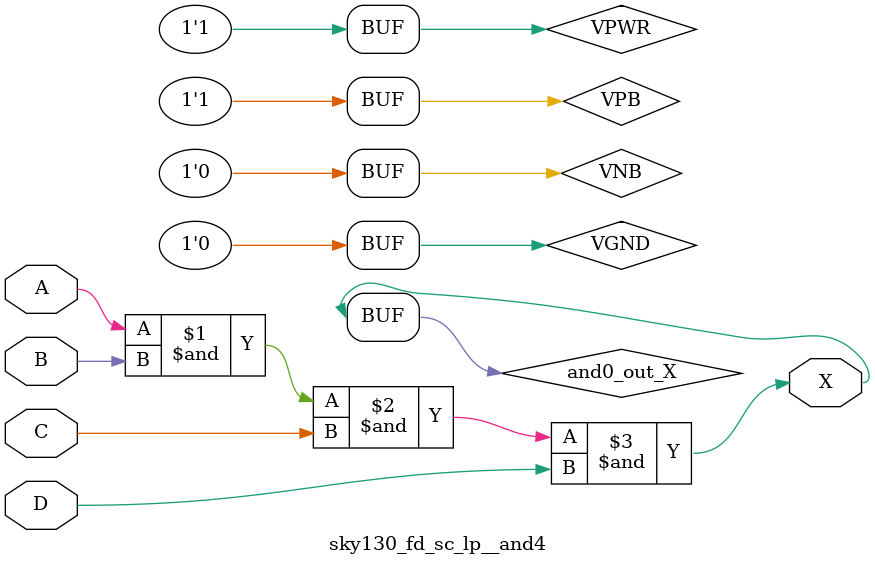
<source format=v>
/*
 * Copyright 2020 The SkyWater PDK Authors
 *
 * Licensed under the Apache License, Version 2.0 (the "License");
 * you may not use this file except in compliance with the License.
 * You may obtain a copy of the License at
 *
 *     https://www.apache.org/licenses/LICENSE-2.0
 *
 * Unless required by applicable law or agreed to in writing, software
 * distributed under the License is distributed on an "AS IS" BASIS,
 * WITHOUT WARRANTIES OR CONDITIONS OF ANY KIND, either express or implied.
 * See the License for the specific language governing permissions and
 * limitations under the License.
 *
 * SPDX-License-Identifier: Apache-2.0
*/


`ifndef SKY130_FD_SC_LP__AND4_TIMING_V
`define SKY130_FD_SC_LP__AND4_TIMING_V

/**
 * and4: 4-input AND.
 *
 * Verilog simulation timing model.
 */

`timescale 1ns / 1ps
`default_nettype none

`celldefine
module sky130_fd_sc_lp__and4 (
    X,
    A,
    B,
    C,
    D
);

    // Module ports
    output X;
    input  A;
    input  B;
    input  C;
    input  D;

    // Module supplies
    supply1 VPWR;
    supply0 VGND;
    supply1 VPB ;
    supply0 VNB ;

    // Local signals
    wire and0_out_X;

    //  Name  Output      Other arguments
    and and0 (and0_out_X, A, B, C, D     );
    buf buf0 (X         , and0_out_X     );

endmodule
`endcelldefine

`default_nettype wire
`endif  // SKY130_FD_SC_LP__AND4_TIMING_V

</source>
